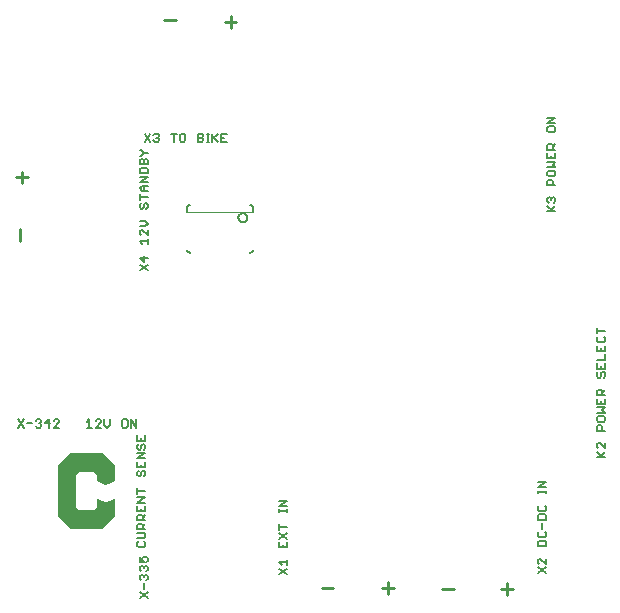
<source format=gto>
G75*
G70*
%OFA0B0*%
%FSLAX24Y24*%
%IPPOS*%
%LPD*%
%AMOC8*
5,1,8,0,0,1.08239X$1,22.5*
%
%ADD10C,0.0050*%
%ADD11C,0.0110*%
%ADD12C,0.0020*%
%ADD13C,0.0060*%
%ADD14C,0.0004*%
D10*
X009978Y006860D02*
X010159Y007130D01*
X010273Y006995D02*
X010453Y006995D01*
X010568Y007085D02*
X010613Y007130D01*
X010703Y007130D01*
X010748Y007085D01*
X010748Y007040D01*
X010703Y006995D01*
X010748Y006950D01*
X010748Y006905D01*
X010703Y006860D01*
X010613Y006860D01*
X010568Y006905D01*
X010658Y006995D02*
X010703Y006995D01*
X010862Y006995D02*
X010997Y007130D01*
X010997Y006860D01*
X011042Y006995D02*
X010862Y006995D01*
X011157Y007085D02*
X011202Y007130D01*
X011292Y007130D01*
X011337Y007085D01*
X011337Y007040D01*
X011157Y006860D01*
X011337Y006860D01*
X012262Y006860D02*
X012442Y006860D01*
X012352Y006860D02*
X012352Y007130D01*
X012262Y007040D01*
X012556Y007085D02*
X012601Y007130D01*
X012692Y007130D01*
X012737Y007085D01*
X012737Y007040D01*
X012556Y006860D01*
X012737Y006860D01*
X012851Y006950D02*
X012941Y006860D01*
X013031Y006950D01*
X013031Y007130D01*
X012851Y007130D02*
X012851Y006950D01*
X013440Y006905D02*
X013485Y006860D01*
X013576Y006860D01*
X013621Y006905D01*
X013621Y007085D01*
X013576Y007130D01*
X013485Y007130D01*
X013440Y007085D01*
X013440Y006905D01*
X013735Y006860D02*
X013735Y007130D01*
X013915Y006860D01*
X013915Y007130D01*
X013950Y006599D02*
X013950Y006419D01*
X014220Y006419D01*
X014220Y006599D01*
X014085Y006509D02*
X014085Y006419D01*
X014130Y006304D02*
X014175Y006304D01*
X014220Y006259D01*
X014220Y006169D01*
X014175Y006124D01*
X014085Y006169D02*
X014085Y006259D01*
X014130Y006304D01*
X013995Y006304D02*
X013950Y006259D01*
X013950Y006169D01*
X013995Y006124D01*
X014040Y006124D01*
X014085Y006169D01*
X014220Y006010D02*
X013950Y006010D01*
X013950Y005830D02*
X014220Y006010D01*
X014220Y005830D02*
X013950Y005830D01*
X013950Y005715D02*
X013950Y005535D01*
X014220Y005535D01*
X014220Y005715D01*
X014085Y005625D02*
X014085Y005535D01*
X014130Y005421D02*
X014175Y005421D01*
X014220Y005376D01*
X014220Y005285D01*
X014175Y005240D01*
X014085Y005285D02*
X014085Y005376D01*
X014130Y005421D01*
X013995Y005421D02*
X013950Y005376D01*
X013950Y005285D01*
X013995Y005240D01*
X014040Y005240D01*
X014085Y005285D01*
X013950Y004831D02*
X013950Y004651D01*
X013950Y004741D02*
X014220Y004741D01*
X014220Y004537D02*
X013950Y004537D01*
X013950Y004356D02*
X014220Y004537D01*
X014220Y004356D02*
X013950Y004356D01*
X013950Y004242D02*
X013950Y004062D01*
X014220Y004062D01*
X014220Y004242D01*
X014085Y004152D02*
X014085Y004062D01*
X014085Y003947D02*
X014130Y003902D01*
X014130Y003767D01*
X014220Y003767D02*
X013950Y003767D01*
X013950Y003902D01*
X013995Y003947D01*
X014085Y003947D01*
X014130Y003857D02*
X014220Y003947D01*
X014220Y003653D02*
X014130Y003563D01*
X014130Y003608D02*
X014130Y003473D01*
X014220Y003473D02*
X013950Y003473D01*
X013950Y003608D01*
X013995Y003653D01*
X014085Y003653D01*
X014130Y003608D01*
X014175Y003358D02*
X013950Y003358D01*
X013950Y003178D02*
X014175Y003178D01*
X014220Y003223D01*
X014220Y003313D01*
X014175Y003358D01*
X014175Y003063D02*
X014220Y003018D01*
X014220Y002928D01*
X014175Y002883D01*
X013995Y002883D01*
X013950Y002928D01*
X013950Y003018D01*
X013995Y003063D01*
X014028Y002549D02*
X014028Y002369D01*
X014163Y002369D01*
X014118Y002459D01*
X014118Y002504D01*
X014163Y002549D01*
X014253Y002549D01*
X014298Y002504D01*
X014298Y002414D01*
X014253Y002369D01*
X014253Y002254D02*
X014208Y002254D01*
X014163Y002209D01*
X014163Y002164D01*
X014163Y002209D02*
X014118Y002254D01*
X014073Y002254D01*
X014028Y002209D01*
X014028Y002119D01*
X014073Y002074D01*
X014073Y001960D02*
X014118Y001960D01*
X014163Y001915D01*
X014208Y001960D01*
X014253Y001960D01*
X014298Y001915D01*
X014298Y001825D01*
X014253Y001780D01*
X014163Y001870D02*
X014163Y001915D01*
X014073Y001960D02*
X014028Y001915D01*
X014028Y001825D01*
X014073Y001780D01*
X014163Y001665D02*
X014163Y001485D01*
X014028Y001370D02*
X014298Y001190D01*
X014298Y001370D02*
X014028Y001190D01*
X014253Y002074D02*
X014298Y002119D01*
X014298Y002209D01*
X014253Y002254D01*
X018674Y002158D02*
X018944Y001978D01*
X018944Y002158D02*
X018674Y001978D01*
X018764Y002272D02*
X018674Y002362D01*
X018944Y002362D01*
X018944Y002272D02*
X018944Y002453D01*
X018944Y002862D02*
X018944Y003042D01*
X018944Y003156D02*
X018674Y003336D01*
X018674Y003451D02*
X018674Y003631D01*
X018674Y003541D02*
X018944Y003541D01*
X018944Y003336D02*
X018674Y003156D01*
X018674Y003042D02*
X018674Y002862D01*
X018944Y002862D01*
X018809Y002862D02*
X018809Y002952D01*
X018674Y004040D02*
X018674Y004130D01*
X018674Y004085D02*
X018944Y004085D01*
X018944Y004040D02*
X018944Y004130D01*
X018944Y004237D02*
X018674Y004237D01*
X018944Y004417D01*
X018674Y004417D01*
X014298Y012096D02*
X014028Y012276D01*
X014163Y012391D02*
X014163Y012571D01*
X014028Y012526D02*
X014163Y012391D01*
X014298Y012276D02*
X014028Y012096D01*
X014028Y012526D02*
X014298Y012526D01*
X014298Y012980D02*
X014298Y013160D01*
X014298Y013070D02*
X014028Y013070D01*
X014118Y012980D01*
X014073Y013274D02*
X014028Y013319D01*
X014028Y013410D01*
X014073Y013455D01*
X014118Y013455D01*
X014298Y013274D01*
X014298Y013455D01*
X014208Y013569D02*
X014298Y013659D01*
X014208Y013749D01*
X014028Y013749D01*
X014028Y013569D02*
X014208Y013569D01*
X014253Y014158D02*
X014298Y014203D01*
X014298Y014293D01*
X014253Y014339D01*
X014208Y014339D01*
X014163Y014293D01*
X014163Y014203D01*
X014118Y014158D01*
X014073Y014158D01*
X014028Y014203D01*
X014028Y014293D01*
X014073Y014339D01*
X014028Y014453D02*
X014028Y014633D01*
X014028Y014543D02*
X014298Y014543D01*
X014298Y014748D02*
X014118Y014748D01*
X014028Y014838D01*
X014118Y014928D01*
X014298Y014928D01*
X014298Y015042D02*
X014028Y015042D01*
X014298Y015222D01*
X014028Y015222D01*
X014028Y015337D02*
X014028Y015472D01*
X014073Y015517D01*
X014253Y015517D01*
X014298Y015472D01*
X014298Y015337D01*
X014028Y015337D01*
X014028Y015632D02*
X014028Y015767D01*
X014073Y015812D01*
X014118Y015812D01*
X014163Y015767D01*
X014163Y015632D01*
X014163Y015767D02*
X014208Y015812D01*
X014253Y015812D01*
X014298Y015767D01*
X014298Y015632D01*
X014028Y015632D01*
X014028Y015926D02*
X014073Y015926D01*
X014163Y016016D01*
X014298Y016016D01*
X014163Y016016D02*
X014073Y016106D01*
X014028Y016106D01*
X014191Y016387D02*
X014371Y016657D01*
X014486Y016612D02*
X014531Y016657D01*
X014621Y016657D01*
X014666Y016612D01*
X014666Y016567D01*
X014621Y016522D01*
X014666Y016477D01*
X014666Y016432D01*
X014621Y016387D01*
X014531Y016387D01*
X014486Y016432D01*
X014371Y016387D02*
X014191Y016657D01*
X014576Y016522D02*
X014621Y016522D01*
X015075Y016657D02*
X015255Y016657D01*
X015165Y016657D02*
X015165Y016387D01*
X015370Y016432D02*
X015370Y016612D01*
X015415Y016657D01*
X015505Y016657D01*
X015550Y016612D01*
X015550Y016432D01*
X015505Y016387D01*
X015415Y016387D01*
X015370Y016432D01*
X015959Y016387D02*
X016094Y016387D01*
X016139Y016432D01*
X016139Y016477D01*
X016094Y016522D01*
X015959Y016522D01*
X015959Y016387D02*
X015959Y016657D01*
X016094Y016657D01*
X016139Y016612D01*
X016139Y016567D01*
X016094Y016522D01*
X016254Y016387D02*
X016344Y016387D01*
X016299Y016387D02*
X016299Y016657D01*
X016254Y016657D02*
X016344Y016657D01*
X016450Y016657D02*
X016450Y016387D01*
X016450Y016477D02*
X016630Y016657D01*
X016745Y016657D02*
X016745Y016387D01*
X016925Y016387D01*
X016835Y016522D02*
X016745Y016522D01*
X016745Y016657D02*
X016925Y016657D01*
X016630Y016387D02*
X016495Y016522D01*
X014163Y014928D02*
X014163Y014748D01*
X009978Y007130D02*
X010159Y006860D01*
X027296Y005045D02*
X027566Y005045D01*
X027296Y004865D01*
X027566Y004865D01*
X027566Y004759D02*
X027566Y004669D01*
X027566Y004714D02*
X027296Y004714D01*
X027296Y004669D02*
X027296Y004759D01*
X027341Y004260D02*
X027296Y004215D01*
X027296Y004125D01*
X027341Y004080D01*
X027521Y004080D01*
X027566Y004125D01*
X027566Y004215D01*
X027521Y004260D01*
X027521Y003965D02*
X027341Y003965D01*
X027296Y003920D01*
X027296Y003785D01*
X027566Y003785D01*
X027566Y003920D01*
X027521Y003965D01*
X027431Y003670D02*
X027431Y003490D01*
X027341Y003376D02*
X027296Y003331D01*
X027296Y003241D01*
X027341Y003196D01*
X027521Y003196D01*
X027566Y003241D01*
X027566Y003331D01*
X027521Y003376D01*
X027521Y003081D02*
X027341Y003081D01*
X027296Y003036D01*
X027296Y002901D01*
X027566Y002901D01*
X027566Y003036D01*
X027521Y003081D01*
X027566Y002492D02*
X027566Y002312D01*
X027386Y002492D01*
X027341Y002492D01*
X027296Y002447D01*
X027296Y002357D01*
X027341Y002312D01*
X027296Y002197D02*
X027566Y002017D01*
X027566Y002197D02*
X027296Y002017D01*
X029264Y005875D02*
X029535Y005875D01*
X029445Y005875D02*
X029264Y006056D01*
X029310Y006170D02*
X029264Y006215D01*
X029264Y006305D01*
X029310Y006350D01*
X029355Y006350D01*
X029535Y006170D01*
X029535Y006350D01*
X029535Y006056D02*
X029400Y005920D01*
X029445Y006759D02*
X029445Y006894D01*
X029400Y006939D01*
X029310Y006939D01*
X029264Y006894D01*
X029264Y006759D01*
X029535Y006759D01*
X029490Y007054D02*
X029310Y007054D01*
X029264Y007099D01*
X029264Y007189D01*
X029310Y007234D01*
X029490Y007234D01*
X029535Y007189D01*
X029535Y007099D01*
X029490Y007054D01*
X029535Y007349D02*
X029264Y007349D01*
X029264Y007529D02*
X029535Y007529D01*
X029445Y007439D01*
X029535Y007349D01*
X029535Y007643D02*
X029264Y007643D01*
X029264Y007823D01*
X029264Y007938D02*
X029264Y008073D01*
X029310Y008118D01*
X029400Y008118D01*
X029445Y008073D01*
X029445Y007938D01*
X029535Y007938D02*
X029264Y007938D01*
X029445Y008028D02*
X029535Y008118D01*
X029535Y007823D02*
X029535Y007643D01*
X029400Y007643D02*
X029400Y007733D01*
X029355Y008527D02*
X029400Y008572D01*
X029400Y008662D01*
X029445Y008707D01*
X029490Y008707D01*
X029535Y008662D01*
X029535Y008572D01*
X029490Y008527D01*
X029355Y008527D02*
X029310Y008527D01*
X029264Y008572D01*
X029264Y008662D01*
X029310Y008707D01*
X029264Y008822D02*
X029535Y008822D01*
X029535Y009002D01*
X029535Y009116D02*
X029535Y009297D01*
X029535Y009411D02*
X029535Y009591D01*
X029490Y009706D02*
X029535Y009751D01*
X029535Y009841D01*
X029490Y009886D01*
X029490Y009706D02*
X029310Y009706D01*
X029264Y009751D01*
X029264Y009841D01*
X029310Y009886D01*
X029264Y010000D02*
X029264Y010181D01*
X029264Y010090D02*
X029535Y010090D01*
X029264Y009591D02*
X029264Y009411D01*
X029535Y009411D01*
X029400Y009411D02*
X029400Y009501D01*
X029535Y009116D02*
X029264Y009116D01*
X029264Y009002D02*
X029264Y008822D01*
X029400Y008822D02*
X029400Y008912D01*
X027881Y014064D02*
X027611Y014064D01*
X027746Y014109D02*
X027881Y014244D01*
X027836Y014359D02*
X027881Y014404D01*
X027881Y014494D01*
X027836Y014539D01*
X027791Y014539D01*
X027746Y014494D01*
X027746Y014449D01*
X027746Y014494D02*
X027701Y014539D01*
X027656Y014539D01*
X027611Y014494D01*
X027611Y014404D01*
X027656Y014359D01*
X027611Y014244D02*
X027791Y014064D01*
X027791Y014948D02*
X027791Y015083D01*
X027746Y015128D01*
X027656Y015128D01*
X027611Y015083D01*
X027611Y014948D01*
X027881Y014948D01*
X027836Y015243D02*
X027656Y015243D01*
X027611Y015288D01*
X027611Y015378D01*
X027656Y015423D01*
X027836Y015423D01*
X027881Y015378D01*
X027881Y015288D01*
X027836Y015243D01*
X027881Y015538D02*
X027791Y015628D01*
X027881Y015718D01*
X027611Y015718D01*
X027611Y015832D02*
X027881Y015832D01*
X027881Y016012D01*
X027881Y016127D02*
X027611Y016127D01*
X027611Y016262D01*
X027656Y016307D01*
X027746Y016307D01*
X027791Y016262D01*
X027791Y016127D01*
X027791Y016217D02*
X027881Y016307D01*
X027611Y016012D02*
X027611Y015832D01*
X027746Y015832D02*
X027746Y015922D01*
X027611Y015538D02*
X027881Y015538D01*
X027836Y016716D02*
X027656Y016716D01*
X027611Y016761D01*
X027611Y016851D01*
X027656Y016896D01*
X027836Y016896D01*
X027881Y016851D01*
X027881Y016761D01*
X027836Y016716D01*
X027881Y017011D02*
X027611Y017011D01*
X027881Y017191D01*
X027611Y017191D01*
D11*
X017252Y020374D02*
X016859Y020374D01*
X017056Y020571D02*
X017056Y020177D01*
X015245Y020453D02*
X014851Y020453D01*
X010115Y015394D02*
X010115Y015000D01*
X009918Y015197D02*
X010312Y015197D01*
X010036Y013464D02*
X010036Y013071D01*
X020087Y001516D02*
X020481Y001516D01*
X022095Y001516D02*
X022489Y001516D01*
X022292Y001712D02*
X022292Y001319D01*
X024103Y001476D02*
X024497Y001476D01*
X026071Y001476D02*
X026465Y001476D01*
X026268Y001673D02*
X026268Y001279D01*
D12*
X017808Y014045D02*
X015611Y014045D01*
D13*
X015611Y014194D01*
X015613Y014211D01*
X015617Y014228D01*
X015624Y014244D01*
X015634Y014258D01*
X015647Y014271D01*
X015661Y014281D01*
X015677Y014288D01*
X015694Y014292D01*
X015711Y014294D01*
X015611Y012794D02*
X015613Y012777D01*
X015617Y012760D01*
X015624Y012744D01*
X015634Y012730D01*
X015647Y012717D01*
X015661Y012707D01*
X015677Y012700D01*
X015694Y012696D01*
X015711Y012694D01*
X017318Y013855D02*
X017320Y013879D01*
X017326Y013903D01*
X017335Y013925D01*
X017348Y013945D01*
X017364Y013963D01*
X017383Y013978D01*
X017404Y013991D01*
X017426Y013999D01*
X017450Y014004D01*
X017474Y014005D01*
X017498Y014002D01*
X017521Y013995D01*
X017543Y013985D01*
X017563Y013971D01*
X017580Y013954D01*
X017595Y013935D01*
X017606Y013914D01*
X017614Y013891D01*
X017618Y013867D01*
X017618Y013843D01*
X017614Y013819D01*
X017606Y013796D01*
X017595Y013775D01*
X017580Y013756D01*
X017563Y013739D01*
X017543Y013725D01*
X017521Y013715D01*
X017498Y013708D01*
X017474Y013705D01*
X017450Y013706D01*
X017426Y013711D01*
X017404Y013719D01*
X017383Y013732D01*
X017364Y013747D01*
X017348Y013765D01*
X017335Y013785D01*
X017326Y013807D01*
X017320Y013831D01*
X017318Y013855D01*
X017708Y014294D02*
X017725Y014292D01*
X017742Y014288D01*
X017758Y014281D01*
X017772Y014271D01*
X017785Y014258D01*
X017795Y014244D01*
X017802Y014228D01*
X017806Y014211D01*
X017808Y014194D01*
X017808Y014045D01*
X017808Y012794D02*
X017806Y012777D01*
X017802Y012760D01*
X017795Y012744D01*
X017785Y012730D01*
X017772Y012717D01*
X017758Y012707D01*
X017742Y012700D01*
X017725Y012696D01*
X017708Y012694D01*
D14*
X012749Y006008D02*
X011725Y006008D01*
X011312Y005594D01*
X011312Y003921D01*
X013162Y003921D01*
X013162Y004472D01*
X013160Y004472D01*
X013162Y004472D02*
X012886Y004354D01*
X012611Y004472D01*
X012613Y004472D01*
X012611Y004472D02*
X012611Y004217D01*
X012493Y004098D01*
X011961Y004098D01*
X011863Y004197D01*
X011863Y005299D01*
X011961Y005398D01*
X012512Y005398D01*
X012611Y005299D01*
X012611Y005102D01*
X012886Y004984D01*
X013162Y005102D01*
X013162Y005594D01*
X012749Y006008D01*
X012750Y006007D02*
X011724Y006007D01*
X011722Y006004D02*
X012752Y006004D01*
X012755Y006002D02*
X011719Y006002D01*
X011717Y005999D02*
X012757Y005999D01*
X012760Y005997D02*
X011714Y005997D01*
X011712Y005995D02*
X012762Y005995D01*
X012764Y005992D02*
X011709Y005992D01*
X011707Y005990D02*
X012767Y005990D01*
X012769Y005987D02*
X011704Y005987D01*
X011702Y005985D02*
X012772Y005985D01*
X012774Y005982D02*
X011699Y005982D01*
X011697Y005980D02*
X012777Y005980D01*
X012779Y005977D02*
X011694Y005977D01*
X011692Y005975D02*
X012782Y005975D01*
X012784Y005972D02*
X011689Y005972D01*
X011687Y005970D02*
X012787Y005970D01*
X012789Y005967D02*
X011684Y005967D01*
X011682Y005965D02*
X012792Y005965D01*
X012794Y005962D02*
X011679Y005962D01*
X011677Y005960D02*
X012797Y005960D01*
X012799Y005957D02*
X011674Y005957D01*
X011672Y005955D02*
X012802Y005955D01*
X012804Y005952D02*
X011670Y005952D01*
X011667Y005950D02*
X012807Y005950D01*
X012809Y005947D02*
X011665Y005947D01*
X011662Y005945D02*
X012812Y005945D01*
X012814Y005942D02*
X011660Y005942D01*
X011657Y005940D02*
X012817Y005940D01*
X012819Y005937D02*
X011655Y005937D01*
X011652Y005935D02*
X012822Y005935D01*
X012824Y005933D02*
X011650Y005933D01*
X011647Y005930D02*
X012826Y005930D01*
X012829Y005928D02*
X011645Y005928D01*
X011642Y005925D02*
X012831Y005925D01*
X012834Y005923D02*
X011640Y005923D01*
X011637Y005920D02*
X012836Y005920D01*
X012839Y005918D02*
X011635Y005918D01*
X011632Y005915D02*
X012841Y005915D01*
X012844Y005913D02*
X011630Y005913D01*
X011627Y005910D02*
X012846Y005910D01*
X012849Y005908D02*
X011625Y005908D01*
X011622Y005905D02*
X012851Y005905D01*
X012854Y005903D02*
X011620Y005903D01*
X011617Y005900D02*
X012856Y005900D01*
X012859Y005898D02*
X011615Y005898D01*
X011612Y005895D02*
X012861Y005895D01*
X012864Y005893D02*
X011610Y005893D01*
X011608Y005890D02*
X012866Y005890D01*
X012869Y005888D02*
X011605Y005888D01*
X011603Y005885D02*
X012871Y005885D01*
X012874Y005883D02*
X011600Y005883D01*
X011598Y005880D02*
X012876Y005880D01*
X012879Y005878D02*
X011595Y005878D01*
X011593Y005875D02*
X012881Y005875D01*
X012884Y005873D02*
X011590Y005873D01*
X011588Y005871D02*
X012886Y005871D01*
X012889Y005868D02*
X011585Y005868D01*
X011583Y005866D02*
X012891Y005866D01*
X012893Y005863D02*
X011580Y005863D01*
X011578Y005861D02*
X012896Y005861D01*
X012898Y005858D02*
X011575Y005858D01*
X011573Y005856D02*
X012901Y005856D01*
X012903Y005853D02*
X011570Y005853D01*
X011568Y005851D02*
X012906Y005851D01*
X012908Y005848D02*
X011565Y005848D01*
X011563Y005846D02*
X012911Y005846D01*
X012913Y005843D02*
X011560Y005843D01*
X011558Y005841D02*
X012916Y005841D01*
X012918Y005838D02*
X011555Y005838D01*
X011553Y005836D02*
X012921Y005836D01*
X012923Y005833D02*
X011550Y005833D01*
X011548Y005831D02*
X012926Y005831D01*
X012928Y005828D02*
X011546Y005828D01*
X011543Y005826D02*
X012931Y005826D01*
X012933Y005823D02*
X011541Y005823D01*
X011538Y005821D02*
X012936Y005821D01*
X012938Y005818D02*
X011536Y005818D01*
X011533Y005816D02*
X012941Y005816D01*
X012943Y005813D02*
X011531Y005813D01*
X011528Y005811D02*
X012946Y005811D01*
X012948Y005809D02*
X011526Y005809D01*
X011523Y005806D02*
X012951Y005806D01*
X012953Y005804D02*
X011521Y005804D01*
X011518Y005801D02*
X012955Y005801D01*
X012958Y005799D02*
X011516Y005799D01*
X011513Y005796D02*
X012960Y005796D01*
X012963Y005794D02*
X011511Y005794D01*
X011508Y005791D02*
X012965Y005791D01*
X012968Y005789D02*
X011506Y005789D01*
X011503Y005786D02*
X012970Y005786D01*
X012973Y005784D02*
X011501Y005784D01*
X011498Y005781D02*
X012975Y005781D01*
X012978Y005779D02*
X011496Y005779D01*
X011493Y005776D02*
X012980Y005776D01*
X012983Y005774D02*
X011491Y005774D01*
X011488Y005771D02*
X012985Y005771D01*
X012988Y005769D02*
X011486Y005769D01*
X011484Y005766D02*
X012990Y005766D01*
X012993Y005764D02*
X011481Y005764D01*
X011479Y005761D02*
X012995Y005761D01*
X012998Y005759D02*
X011476Y005759D01*
X011474Y005756D02*
X013000Y005756D01*
X013003Y005754D02*
X011471Y005754D01*
X011469Y005751D02*
X013005Y005751D01*
X013008Y005749D02*
X011466Y005749D01*
X011464Y005746D02*
X013010Y005746D01*
X013013Y005744D02*
X011461Y005744D01*
X011459Y005742D02*
X013015Y005742D01*
X013017Y005739D02*
X011456Y005739D01*
X011454Y005737D02*
X013020Y005737D01*
X013022Y005734D02*
X011451Y005734D01*
X011449Y005732D02*
X013025Y005732D01*
X013027Y005729D02*
X011446Y005729D01*
X011444Y005727D02*
X013030Y005727D01*
X013032Y005724D02*
X011441Y005724D01*
X011439Y005722D02*
X013035Y005722D01*
X013037Y005719D02*
X011436Y005719D01*
X011434Y005717D02*
X013040Y005717D01*
X013042Y005714D02*
X011431Y005714D01*
X011429Y005712D02*
X013045Y005712D01*
X013047Y005709D02*
X011426Y005709D01*
X011424Y005707D02*
X013050Y005707D01*
X013052Y005704D02*
X011421Y005704D01*
X011419Y005702D02*
X013055Y005702D01*
X013057Y005699D02*
X011417Y005699D01*
X011414Y005697D02*
X013060Y005697D01*
X013062Y005694D02*
X011412Y005694D01*
X011409Y005692D02*
X013065Y005692D01*
X013067Y005689D02*
X011407Y005689D01*
X011404Y005687D02*
X013070Y005687D01*
X013072Y005684D02*
X011402Y005684D01*
X011399Y005682D02*
X013075Y005682D01*
X013077Y005680D02*
X011397Y005680D01*
X011394Y005677D02*
X013079Y005677D01*
X013082Y005675D02*
X011392Y005675D01*
X011389Y005672D02*
X013084Y005672D01*
X013087Y005670D02*
X011387Y005670D01*
X011384Y005667D02*
X013089Y005667D01*
X013092Y005665D02*
X011382Y005665D01*
X011379Y005662D02*
X013094Y005662D01*
X013097Y005660D02*
X011377Y005660D01*
X011374Y005657D02*
X013099Y005657D01*
X013102Y005655D02*
X011372Y005655D01*
X011369Y005652D02*
X013104Y005652D01*
X013107Y005650D02*
X011367Y005650D01*
X011364Y005647D02*
X013109Y005647D01*
X013112Y005645D02*
X011362Y005645D01*
X011359Y005642D02*
X013114Y005642D01*
X013117Y005640D02*
X011357Y005640D01*
X011355Y005637D02*
X013119Y005637D01*
X013122Y005635D02*
X011352Y005635D01*
X011350Y005632D02*
X013124Y005632D01*
X013127Y005630D02*
X011347Y005630D01*
X011345Y005627D02*
X013129Y005627D01*
X013132Y005625D02*
X011342Y005625D01*
X011340Y005622D02*
X013134Y005622D01*
X013137Y005620D02*
X011337Y005620D01*
X011335Y005618D02*
X013139Y005618D01*
X013141Y005615D02*
X011332Y005615D01*
X011330Y005613D02*
X013144Y005613D01*
X013146Y005610D02*
X011327Y005610D01*
X011325Y005608D02*
X013149Y005608D01*
X013151Y005605D02*
X011322Y005605D01*
X011320Y005603D02*
X013154Y005603D01*
X013156Y005600D02*
X011317Y005600D01*
X011315Y005598D02*
X013159Y005598D01*
X013161Y005595D02*
X011312Y005595D01*
X011312Y005593D02*
X013162Y005593D01*
X013162Y005590D02*
X011312Y005590D01*
X011312Y005588D02*
X013162Y005588D01*
X013162Y005585D02*
X011312Y005585D01*
X011312Y005583D02*
X013162Y005583D01*
X013162Y005580D02*
X011312Y005580D01*
X011312Y005578D02*
X013162Y005578D01*
X013162Y005575D02*
X011312Y005575D01*
X011312Y005573D02*
X013162Y005573D01*
X013162Y005570D02*
X011312Y005570D01*
X011312Y005568D02*
X013162Y005568D01*
X013162Y005565D02*
X011312Y005565D01*
X011312Y005563D02*
X013162Y005563D01*
X013162Y005560D02*
X011312Y005560D01*
X011312Y005558D02*
X013162Y005558D01*
X013162Y005556D02*
X011312Y005556D01*
X011312Y005553D02*
X013162Y005553D01*
X013162Y005551D02*
X011312Y005551D01*
X011312Y005548D02*
X013162Y005548D01*
X013162Y005546D02*
X011312Y005546D01*
X011312Y005543D02*
X013162Y005543D01*
X013162Y005541D02*
X011312Y005541D01*
X011312Y005538D02*
X013162Y005538D01*
X013162Y005536D02*
X011312Y005536D01*
X011312Y005533D02*
X013162Y005533D01*
X013162Y005531D02*
X011312Y005531D01*
X011312Y005528D02*
X013162Y005528D01*
X013162Y005526D02*
X011312Y005526D01*
X011312Y005523D02*
X013162Y005523D01*
X013162Y005521D02*
X011312Y005521D01*
X011312Y005518D02*
X013162Y005518D01*
X013162Y005516D02*
X011312Y005516D01*
X011312Y005513D02*
X013162Y005513D01*
X013162Y005511D02*
X011312Y005511D01*
X011312Y005508D02*
X013162Y005508D01*
X013162Y005506D02*
X011312Y005506D01*
X011312Y005503D02*
X013162Y005503D01*
X013162Y005501D02*
X011312Y005501D01*
X011312Y005498D02*
X013162Y005498D01*
X013162Y005496D02*
X011312Y005496D01*
X011312Y005494D02*
X013162Y005494D01*
X013162Y005491D02*
X011312Y005491D01*
X011312Y005489D02*
X013162Y005489D01*
X013162Y005486D02*
X011312Y005486D01*
X011312Y005484D02*
X013162Y005484D01*
X013162Y005481D02*
X011312Y005481D01*
X011312Y005479D02*
X013162Y005479D01*
X013162Y005476D02*
X011312Y005476D01*
X011312Y005474D02*
X013162Y005474D01*
X013162Y005471D02*
X011312Y005471D01*
X011312Y005469D02*
X013162Y005469D01*
X013162Y005466D02*
X011312Y005466D01*
X011312Y005464D02*
X013162Y005464D01*
X013162Y005461D02*
X011312Y005461D01*
X011312Y005459D02*
X013162Y005459D01*
X013162Y005456D02*
X011312Y005456D01*
X011312Y005454D02*
X013162Y005454D01*
X013162Y005451D02*
X011312Y005451D01*
X011312Y005449D02*
X013162Y005449D01*
X013162Y005446D02*
X011312Y005446D01*
X011312Y005444D02*
X013162Y005444D01*
X013162Y005441D02*
X011312Y005441D01*
X011312Y005439D02*
X013162Y005439D01*
X013162Y005436D02*
X011312Y005436D01*
X011312Y005434D02*
X013162Y005434D01*
X013162Y005431D02*
X011312Y005431D01*
X011312Y005429D02*
X013162Y005429D01*
X013162Y005427D02*
X011312Y005427D01*
X011312Y005424D02*
X013162Y005424D01*
X013162Y005422D02*
X011312Y005422D01*
X011312Y005419D02*
X013162Y005419D01*
X013162Y005417D02*
X011312Y005417D01*
X011312Y005414D02*
X013162Y005414D01*
X013162Y005412D02*
X011312Y005412D01*
X011312Y005409D02*
X013162Y005409D01*
X013162Y005407D02*
X011312Y005407D01*
X011312Y005404D02*
X013162Y005404D01*
X013162Y005402D02*
X011312Y005402D01*
X011312Y005399D02*
X013162Y005399D01*
X013162Y005397D02*
X012513Y005397D01*
X012516Y005394D02*
X013162Y005394D01*
X013162Y005392D02*
X012518Y005392D01*
X012521Y005389D02*
X013162Y005389D01*
X013162Y005387D02*
X012523Y005387D01*
X012526Y005384D02*
X013162Y005384D01*
X013162Y005382D02*
X012528Y005382D01*
X012531Y005379D02*
X013162Y005379D01*
X013162Y005377D02*
X012533Y005377D01*
X012536Y005374D02*
X013162Y005374D01*
X013162Y005372D02*
X012538Y005372D01*
X012541Y005369D02*
X013162Y005369D01*
X013162Y005367D02*
X012543Y005367D01*
X012546Y005365D02*
X013162Y005365D01*
X013162Y005362D02*
X012548Y005362D01*
X012551Y005360D02*
X013162Y005360D01*
X013162Y005357D02*
X012553Y005357D01*
X012555Y005355D02*
X013162Y005355D01*
X013162Y005352D02*
X012558Y005352D01*
X012560Y005350D02*
X013162Y005350D01*
X013162Y005347D02*
X012563Y005347D01*
X012565Y005345D02*
X013162Y005345D01*
X013162Y005342D02*
X012568Y005342D01*
X012570Y005340D02*
X013162Y005340D01*
X013162Y005337D02*
X012573Y005337D01*
X012575Y005335D02*
X013162Y005335D01*
X013162Y005332D02*
X012578Y005332D01*
X012580Y005330D02*
X013162Y005330D01*
X013162Y005327D02*
X012583Y005327D01*
X012585Y005325D02*
X013162Y005325D01*
X013162Y005322D02*
X012588Y005322D01*
X012590Y005320D02*
X013162Y005320D01*
X013162Y005317D02*
X012593Y005317D01*
X012595Y005315D02*
X013162Y005315D01*
X013162Y005312D02*
X012598Y005312D01*
X012600Y005310D02*
X013162Y005310D01*
X013162Y005307D02*
X012603Y005307D01*
X012605Y005305D02*
X013162Y005305D01*
X013162Y005303D02*
X012608Y005303D01*
X012610Y005300D02*
X013162Y005300D01*
X013162Y005298D02*
X012611Y005298D01*
X012611Y005295D02*
X013162Y005295D01*
X013162Y005293D02*
X012611Y005293D01*
X012611Y005290D02*
X013162Y005290D01*
X013162Y005288D02*
X012611Y005288D01*
X012611Y005285D02*
X013162Y005285D01*
X013162Y005283D02*
X012611Y005283D01*
X012611Y005280D02*
X013162Y005280D01*
X013162Y005278D02*
X012611Y005278D01*
X012611Y005275D02*
X013162Y005275D01*
X013162Y005273D02*
X012611Y005273D01*
X012611Y005270D02*
X013162Y005270D01*
X013162Y005268D02*
X012611Y005268D01*
X012611Y005265D02*
X013162Y005265D01*
X013162Y005263D02*
X012611Y005263D01*
X012611Y005260D02*
X013162Y005260D01*
X013162Y005258D02*
X012611Y005258D01*
X012611Y005255D02*
X013162Y005255D01*
X013162Y005253D02*
X012611Y005253D01*
X012611Y005250D02*
X013162Y005250D01*
X013162Y005248D02*
X012611Y005248D01*
X012611Y005245D02*
X013162Y005245D01*
X013162Y005243D02*
X012611Y005243D01*
X012611Y005241D02*
X013162Y005241D01*
X013162Y005238D02*
X012611Y005238D01*
X012611Y005236D02*
X013162Y005236D01*
X013162Y005233D02*
X012611Y005233D01*
X012611Y005231D02*
X013162Y005231D01*
X013162Y005228D02*
X012611Y005228D01*
X012611Y005226D02*
X013162Y005226D01*
X013162Y005223D02*
X012611Y005223D01*
X012611Y005221D02*
X013162Y005221D01*
X013162Y005218D02*
X012611Y005218D01*
X012611Y005216D02*
X013162Y005216D01*
X013162Y005213D02*
X012611Y005213D01*
X012611Y005211D02*
X013162Y005211D01*
X013162Y005208D02*
X012611Y005208D01*
X012611Y005206D02*
X013162Y005206D01*
X013162Y005203D02*
X012611Y005203D01*
X012611Y005201D02*
X013162Y005201D01*
X013162Y005198D02*
X012611Y005198D01*
X012611Y005196D02*
X013162Y005196D01*
X013162Y005193D02*
X012611Y005193D01*
X012611Y005191D02*
X013162Y005191D01*
X013162Y005188D02*
X012611Y005188D01*
X012611Y005186D02*
X013162Y005186D01*
X013162Y005183D02*
X012611Y005183D01*
X012611Y005181D02*
X013162Y005181D01*
X013162Y005179D02*
X012611Y005179D01*
X012611Y005176D02*
X013162Y005176D01*
X013162Y005174D02*
X012611Y005174D01*
X012611Y005171D02*
X013162Y005171D01*
X013162Y005169D02*
X012611Y005169D01*
X012611Y005166D02*
X013162Y005166D01*
X013162Y005164D02*
X012611Y005164D01*
X012611Y005161D02*
X013162Y005161D01*
X013162Y005159D02*
X012611Y005159D01*
X012611Y005156D02*
X013162Y005156D01*
X013162Y005154D02*
X012611Y005154D01*
X012611Y005151D02*
X013162Y005151D01*
X013162Y005149D02*
X012611Y005149D01*
X012611Y005146D02*
X013162Y005146D01*
X013162Y005144D02*
X012611Y005144D01*
X012611Y005141D02*
X013162Y005141D01*
X013162Y005139D02*
X012611Y005139D01*
X012611Y005136D02*
X013162Y005136D01*
X013162Y005134D02*
X012611Y005134D01*
X012611Y005131D02*
X013162Y005131D01*
X013162Y005129D02*
X012611Y005129D01*
X012611Y005126D02*
X013162Y005126D01*
X013162Y005124D02*
X012611Y005124D01*
X012611Y005121D02*
X013162Y005121D01*
X013162Y005119D02*
X012611Y005119D01*
X012611Y005116D02*
X013162Y005116D01*
X013162Y005114D02*
X012611Y005114D01*
X012611Y005112D02*
X013162Y005112D01*
X013162Y005109D02*
X012611Y005109D01*
X012611Y005107D02*
X013162Y005107D01*
X013162Y005104D02*
X012611Y005104D01*
X012613Y005102D02*
X013160Y005102D01*
X013154Y005099D02*
X012618Y005099D01*
X012624Y005097D02*
X013149Y005097D01*
X013143Y005094D02*
X012630Y005094D01*
X012636Y005092D02*
X013137Y005092D01*
X013131Y005089D02*
X012642Y005089D01*
X012647Y005087D02*
X013126Y005087D01*
X013120Y005084D02*
X012653Y005084D01*
X012659Y005082D02*
X013114Y005082D01*
X013108Y005079D02*
X012665Y005079D01*
X012670Y005077D02*
X013102Y005077D01*
X013097Y005074D02*
X012676Y005074D01*
X012682Y005072D02*
X013091Y005072D01*
X013085Y005069D02*
X012688Y005069D01*
X012694Y005067D02*
X013079Y005067D01*
X013073Y005064D02*
X012699Y005064D01*
X012705Y005062D02*
X013068Y005062D01*
X013062Y005059D02*
X012711Y005059D01*
X012717Y005057D02*
X013056Y005057D01*
X013050Y005054D02*
X012723Y005054D01*
X012728Y005052D02*
X013045Y005052D01*
X013039Y005050D02*
X012734Y005050D01*
X012740Y005047D02*
X013033Y005047D01*
X013027Y005045D02*
X012746Y005045D01*
X012751Y005042D02*
X013021Y005042D01*
X013016Y005040D02*
X012757Y005040D01*
X012763Y005037D02*
X013010Y005037D01*
X013004Y005035D02*
X012769Y005035D01*
X012775Y005032D02*
X012998Y005032D01*
X012992Y005030D02*
X012780Y005030D01*
X012786Y005027D02*
X012987Y005027D01*
X012981Y005025D02*
X012792Y005025D01*
X012798Y005022D02*
X012975Y005022D01*
X012969Y005020D02*
X012804Y005020D01*
X012809Y005017D02*
X012964Y005017D01*
X012958Y005015D02*
X012815Y005015D01*
X012821Y005012D02*
X012952Y005012D01*
X012946Y005010D02*
X012827Y005010D01*
X012833Y005007D02*
X012940Y005007D01*
X012935Y005005D02*
X012838Y005005D01*
X012844Y005002D02*
X012929Y005002D01*
X012923Y005000D02*
X012850Y005000D01*
X012856Y004997D02*
X012917Y004997D01*
X012911Y004995D02*
X012861Y004995D01*
X012867Y004992D02*
X012906Y004992D01*
X012900Y004990D02*
X012873Y004990D01*
X012879Y004988D02*
X012894Y004988D01*
X012888Y004985D02*
X012885Y004985D01*
X012653Y004454D02*
X012611Y004454D01*
X012611Y004452D02*
X012659Y004452D01*
X012665Y004449D02*
X012611Y004449D01*
X012611Y004447D02*
X012671Y004447D01*
X012676Y004444D02*
X012611Y004444D01*
X012611Y004442D02*
X012682Y004442D01*
X012688Y004439D02*
X012611Y004439D01*
X012611Y004437D02*
X012694Y004437D01*
X012700Y004434D02*
X012611Y004434D01*
X012611Y004432D02*
X012705Y004432D01*
X012711Y004429D02*
X012611Y004429D01*
X012611Y004427D02*
X012717Y004427D01*
X012723Y004424D02*
X012611Y004424D01*
X012611Y004422D02*
X012729Y004422D01*
X012734Y004420D02*
X012611Y004420D01*
X012611Y004417D02*
X012740Y004417D01*
X012746Y004415D02*
X012611Y004415D01*
X012611Y004412D02*
X012752Y004412D01*
X012757Y004410D02*
X012611Y004410D01*
X012611Y004407D02*
X012763Y004407D01*
X012769Y004405D02*
X012611Y004405D01*
X012611Y004402D02*
X012775Y004402D01*
X012781Y004400D02*
X012611Y004400D01*
X012611Y004397D02*
X012786Y004397D01*
X012792Y004395D02*
X012611Y004395D01*
X012611Y004392D02*
X012798Y004392D01*
X012804Y004390D02*
X012611Y004390D01*
X012611Y004387D02*
X012810Y004387D01*
X012815Y004385D02*
X012611Y004385D01*
X012611Y004382D02*
X012821Y004382D01*
X012827Y004380D02*
X012611Y004380D01*
X012611Y004377D02*
X012833Y004377D01*
X012839Y004375D02*
X012611Y004375D01*
X012611Y004372D02*
X012844Y004372D01*
X012850Y004370D02*
X012611Y004370D01*
X012611Y004367D02*
X012856Y004367D01*
X012862Y004365D02*
X012611Y004365D01*
X012611Y004362D02*
X012867Y004362D01*
X012873Y004360D02*
X012611Y004360D01*
X012611Y004358D02*
X012879Y004358D01*
X012885Y004355D02*
X012611Y004355D01*
X012611Y004353D02*
X013162Y004353D01*
X013162Y004355D02*
X012888Y004355D01*
X012894Y004358D02*
X013162Y004358D01*
X013162Y004360D02*
X012900Y004360D01*
X012905Y004362D02*
X013162Y004362D01*
X013162Y004365D02*
X012911Y004365D01*
X012917Y004367D02*
X013162Y004367D01*
X013162Y004370D02*
X012923Y004370D01*
X012929Y004372D02*
X013162Y004372D01*
X013162Y004375D02*
X012934Y004375D01*
X012940Y004377D02*
X013162Y004377D01*
X013162Y004380D02*
X012946Y004380D01*
X012952Y004382D02*
X013162Y004382D01*
X013162Y004385D02*
X012958Y004385D01*
X012963Y004387D02*
X013162Y004387D01*
X013162Y004390D02*
X012969Y004390D01*
X012975Y004392D02*
X013162Y004392D01*
X013162Y004395D02*
X012981Y004395D01*
X012986Y004397D02*
X013162Y004397D01*
X013162Y004400D02*
X012992Y004400D01*
X012998Y004402D02*
X013162Y004402D01*
X013162Y004405D02*
X013004Y004405D01*
X013010Y004407D02*
X013162Y004407D01*
X013162Y004410D02*
X013015Y004410D01*
X013021Y004412D02*
X013162Y004412D01*
X013162Y004415D02*
X013027Y004415D01*
X013033Y004417D02*
X013162Y004417D01*
X013162Y004420D02*
X013039Y004420D01*
X013044Y004422D02*
X013162Y004422D01*
X013162Y004424D02*
X013050Y004424D01*
X013056Y004427D02*
X013162Y004427D01*
X013162Y004429D02*
X013062Y004429D01*
X013068Y004432D02*
X013162Y004432D01*
X013162Y004434D02*
X013073Y004434D01*
X013079Y004437D02*
X013162Y004437D01*
X013162Y004439D02*
X013085Y004439D01*
X013091Y004442D02*
X013162Y004442D01*
X013162Y004444D02*
X013096Y004444D01*
X013102Y004447D02*
X013162Y004447D01*
X013162Y004449D02*
X013108Y004449D01*
X013114Y004452D02*
X013162Y004452D01*
X013162Y004454D02*
X013120Y004454D01*
X013125Y004457D02*
X013162Y004457D01*
X013162Y004459D02*
X013131Y004459D01*
X013137Y004462D02*
X013162Y004462D01*
X013162Y004464D02*
X013143Y004464D01*
X013149Y004467D02*
X013162Y004467D01*
X013162Y004469D02*
X013154Y004469D01*
X013162Y004350D02*
X012611Y004350D01*
X012611Y004348D02*
X013162Y004348D01*
X013162Y004345D02*
X012611Y004345D01*
X012611Y004343D02*
X013162Y004343D01*
X013162Y004340D02*
X012611Y004340D01*
X012611Y004338D02*
X013162Y004338D01*
X013162Y004335D02*
X012611Y004335D01*
X012611Y004333D02*
X013162Y004333D01*
X013162Y004330D02*
X012611Y004330D01*
X012611Y004328D02*
X013162Y004328D01*
X013162Y004325D02*
X012611Y004325D01*
X012611Y004323D02*
X013162Y004323D01*
X013162Y004320D02*
X012611Y004320D01*
X012611Y004318D02*
X013162Y004318D01*
X013162Y004315D02*
X012611Y004315D01*
X012611Y004313D02*
X013162Y004313D01*
X013162Y004310D02*
X012611Y004310D01*
X012611Y004308D02*
X013162Y004308D01*
X013162Y004305D02*
X012611Y004305D01*
X012611Y004303D02*
X013162Y004303D01*
X013162Y004300D02*
X012611Y004300D01*
X012611Y004298D02*
X013162Y004298D01*
X013162Y004296D02*
X012611Y004296D01*
X012611Y004293D02*
X013162Y004293D01*
X013162Y004291D02*
X012611Y004291D01*
X012611Y004288D02*
X013162Y004288D01*
X013162Y004286D02*
X012611Y004286D01*
X012611Y004283D02*
X013162Y004283D01*
X013162Y004281D02*
X012611Y004281D01*
X012611Y004278D02*
X013162Y004278D01*
X013162Y004276D02*
X012611Y004276D01*
X012611Y004273D02*
X013162Y004273D01*
X013162Y004271D02*
X012611Y004271D01*
X012611Y004268D02*
X013162Y004268D01*
X013162Y004266D02*
X012611Y004266D01*
X012611Y004263D02*
X013162Y004263D01*
X013162Y004261D02*
X012611Y004261D01*
X012611Y004258D02*
X013162Y004258D01*
X013162Y004256D02*
X012611Y004256D01*
X012611Y004253D02*
X013162Y004253D01*
X013162Y004251D02*
X012611Y004251D01*
X012611Y004248D02*
X013162Y004248D01*
X013162Y004246D02*
X012611Y004246D01*
X012611Y004243D02*
X013162Y004243D01*
X013162Y004241D02*
X012611Y004241D01*
X012611Y004238D02*
X013162Y004238D01*
X013162Y004236D02*
X012611Y004236D01*
X012611Y004234D02*
X013162Y004234D01*
X013162Y004231D02*
X012611Y004231D01*
X012611Y004229D02*
X013162Y004229D01*
X013162Y004226D02*
X012611Y004226D01*
X012611Y004224D02*
X013162Y004224D01*
X013162Y004221D02*
X012611Y004221D01*
X012611Y004219D02*
X013162Y004219D01*
X013162Y004216D02*
X012610Y004216D01*
X012608Y004214D02*
X013162Y004214D01*
X013162Y004211D02*
X012606Y004211D01*
X012603Y004209D02*
X013162Y004209D01*
X013162Y004206D02*
X012601Y004206D01*
X012598Y004204D02*
X013162Y004204D01*
X013162Y004201D02*
X012596Y004201D01*
X012593Y004199D02*
X013162Y004199D01*
X013162Y004196D02*
X012591Y004196D01*
X012588Y004194D02*
X013162Y004194D01*
X013162Y004191D02*
X012586Y004191D01*
X012583Y004189D02*
X013162Y004189D01*
X013162Y004186D02*
X012581Y004186D01*
X012578Y004184D02*
X013162Y004184D01*
X013162Y004181D02*
X012576Y004181D01*
X012573Y004179D02*
X013162Y004179D01*
X013162Y004176D02*
X012571Y004176D01*
X012568Y004174D02*
X013162Y004174D01*
X013162Y004171D02*
X012566Y004171D01*
X012563Y004169D02*
X013162Y004169D01*
X013162Y004167D02*
X012561Y004167D01*
X012558Y004164D02*
X013162Y004164D01*
X013162Y004162D02*
X012556Y004162D01*
X012553Y004159D02*
X013162Y004159D01*
X013162Y004157D02*
X012551Y004157D01*
X012548Y004154D02*
X013162Y004154D01*
X013162Y004152D02*
X012546Y004152D01*
X012544Y004149D02*
X013162Y004149D01*
X013162Y004147D02*
X012541Y004147D01*
X012539Y004144D02*
X013162Y004144D01*
X013162Y004142D02*
X012536Y004142D01*
X012534Y004139D02*
X013162Y004139D01*
X013162Y004137D02*
X012531Y004137D01*
X012529Y004134D02*
X013162Y004134D01*
X013162Y004132D02*
X012526Y004132D01*
X012524Y004129D02*
X013162Y004129D01*
X013162Y004127D02*
X012521Y004127D01*
X012519Y004124D02*
X013162Y004124D01*
X013162Y004122D02*
X012516Y004122D01*
X012514Y004119D02*
X013162Y004119D01*
X013162Y004117D02*
X012511Y004117D01*
X012509Y004114D02*
X013162Y004114D01*
X013162Y004112D02*
X012506Y004112D01*
X012504Y004109D02*
X013162Y004109D01*
X013162Y004107D02*
X012501Y004107D01*
X012499Y004105D02*
X013162Y004105D01*
X013162Y004102D02*
X012496Y004102D01*
X012494Y004100D02*
X013162Y004100D01*
X013162Y004097D02*
X011312Y004097D01*
X011312Y004095D02*
X013162Y004095D01*
X013162Y004092D02*
X011312Y004092D01*
X011312Y004090D02*
X013162Y004090D01*
X013162Y004087D02*
X011312Y004087D01*
X011312Y004085D02*
X013162Y004085D01*
X013162Y004082D02*
X011312Y004082D01*
X011312Y004080D02*
X013162Y004080D01*
X013162Y004077D02*
X011312Y004077D01*
X011312Y004075D02*
X013162Y004075D01*
X013162Y004072D02*
X011312Y004072D01*
X011312Y004070D02*
X013162Y004070D01*
X013162Y004067D02*
X011312Y004067D01*
X011312Y004065D02*
X013162Y004065D01*
X013162Y004062D02*
X011312Y004062D01*
X011312Y004060D02*
X013162Y004060D01*
X013162Y004057D02*
X011312Y004057D01*
X011312Y004055D02*
X013162Y004055D01*
X013162Y004052D02*
X011312Y004052D01*
X011312Y004050D02*
X013162Y004050D01*
X013162Y004047D02*
X011312Y004047D01*
X011312Y004045D02*
X013162Y004045D01*
X013162Y004043D02*
X011312Y004043D01*
X011312Y004040D02*
X013162Y004040D01*
X013162Y004038D02*
X011312Y004038D01*
X011312Y004035D02*
X013162Y004035D01*
X013162Y004033D02*
X011312Y004033D01*
X011312Y004030D02*
X013162Y004030D01*
X013162Y004028D02*
X011312Y004028D01*
X011312Y004025D02*
X013162Y004025D01*
X013162Y004023D02*
X011312Y004023D01*
X011312Y004020D02*
X013162Y004020D01*
X013162Y004018D02*
X011312Y004018D01*
X011312Y004015D02*
X013162Y004015D01*
X013162Y004013D02*
X011312Y004013D01*
X011312Y004010D02*
X013162Y004010D01*
X013162Y004008D02*
X011312Y004008D01*
X011312Y004005D02*
X013162Y004005D01*
X013162Y004003D02*
X011312Y004003D01*
X011312Y004000D02*
X013162Y004000D01*
X013162Y003998D02*
X011312Y003998D01*
X011312Y003995D02*
X013162Y003995D01*
X013162Y003993D02*
X011312Y003993D01*
X011312Y003990D02*
X013162Y003990D01*
X013162Y003988D02*
X011312Y003988D01*
X011312Y003985D02*
X013162Y003985D01*
X013162Y003983D02*
X011312Y003983D01*
X011312Y003981D02*
X013162Y003981D01*
X013162Y003978D02*
X011312Y003978D01*
X011312Y003976D02*
X013162Y003976D01*
X013162Y003973D02*
X011312Y003973D01*
X011312Y003971D02*
X013162Y003971D01*
X013162Y003968D02*
X011312Y003968D01*
X011312Y003966D02*
X013162Y003966D01*
X013162Y003963D02*
X011312Y003963D01*
X011312Y003961D02*
X013162Y003961D01*
X013162Y003958D02*
X011312Y003958D01*
X011312Y003956D02*
X013162Y003956D01*
X013162Y003953D02*
X011312Y003953D01*
X011312Y003951D02*
X013162Y003951D01*
X013162Y003948D02*
X011312Y003948D01*
X011312Y003946D02*
X013162Y003946D01*
X013162Y003943D02*
X011312Y003943D01*
X011312Y003941D02*
X013162Y003941D01*
X013162Y003938D02*
X011312Y003938D01*
X011312Y003936D02*
X013162Y003936D01*
X013162Y003933D02*
X011312Y003933D01*
X011312Y003931D02*
X013162Y003931D01*
X013162Y003928D02*
X011312Y003928D01*
X011312Y003926D02*
X013162Y003926D01*
X013162Y003923D02*
X011312Y003923D01*
X011312Y003921D02*
X011725Y003508D01*
X012749Y003508D01*
X013162Y003921D01*
X013159Y003919D02*
X011314Y003919D01*
X011317Y003916D02*
X013157Y003916D01*
X013154Y003914D02*
X011319Y003914D01*
X011322Y003911D02*
X013152Y003911D01*
X013149Y003909D02*
X011324Y003909D01*
X011327Y003906D02*
X013147Y003906D01*
X013144Y003904D02*
X011329Y003904D01*
X011332Y003901D02*
X013142Y003901D01*
X013139Y003899D02*
X011334Y003899D01*
X011337Y003896D02*
X013137Y003896D01*
X013134Y003894D02*
X011339Y003894D01*
X011342Y003891D02*
X013132Y003891D01*
X013130Y003889D02*
X011344Y003889D01*
X011347Y003886D02*
X013127Y003886D01*
X013125Y003884D02*
X011349Y003884D01*
X011352Y003881D02*
X013122Y003881D01*
X013120Y003879D02*
X011354Y003879D01*
X011357Y003876D02*
X013117Y003876D01*
X013115Y003874D02*
X011359Y003874D01*
X011362Y003871D02*
X013112Y003871D01*
X013110Y003869D02*
X011364Y003869D01*
X011366Y003866D02*
X013107Y003866D01*
X013105Y003864D02*
X011369Y003864D01*
X011371Y003861D02*
X013102Y003861D01*
X013100Y003859D02*
X011374Y003859D01*
X011376Y003856D02*
X013097Y003856D01*
X013095Y003854D02*
X011379Y003854D01*
X011381Y003852D02*
X013092Y003852D01*
X013090Y003849D02*
X011384Y003849D01*
X011386Y003847D02*
X013087Y003847D01*
X013085Y003844D02*
X011389Y003844D01*
X011391Y003842D02*
X013082Y003842D01*
X013080Y003839D02*
X011394Y003839D01*
X011396Y003837D02*
X013077Y003837D01*
X013075Y003834D02*
X011399Y003834D01*
X011401Y003832D02*
X013072Y003832D01*
X013070Y003829D02*
X011404Y003829D01*
X011406Y003827D02*
X013068Y003827D01*
X013065Y003824D02*
X011409Y003824D01*
X011411Y003822D02*
X013063Y003822D01*
X013060Y003819D02*
X011414Y003819D01*
X011416Y003817D02*
X013058Y003817D01*
X013055Y003814D02*
X011419Y003814D01*
X011421Y003812D02*
X013053Y003812D01*
X013050Y003809D02*
X011424Y003809D01*
X011426Y003807D02*
X013048Y003807D01*
X013045Y003804D02*
X011429Y003804D01*
X011431Y003802D02*
X013043Y003802D01*
X013040Y003799D02*
X011433Y003799D01*
X011436Y003797D02*
X013038Y003797D01*
X013035Y003794D02*
X011438Y003794D01*
X011441Y003792D02*
X013033Y003792D01*
X013030Y003790D02*
X011443Y003790D01*
X011446Y003787D02*
X013028Y003787D01*
X013025Y003785D02*
X011448Y003785D01*
X011451Y003782D02*
X013023Y003782D01*
X013020Y003780D02*
X011453Y003780D01*
X011456Y003777D02*
X013018Y003777D01*
X013015Y003775D02*
X011458Y003775D01*
X011461Y003772D02*
X013013Y003772D01*
X013010Y003770D02*
X011463Y003770D01*
X011466Y003767D02*
X013008Y003767D01*
X013006Y003765D02*
X011468Y003765D01*
X011471Y003762D02*
X013003Y003762D01*
X013001Y003760D02*
X011473Y003760D01*
X011476Y003757D02*
X012998Y003757D01*
X012996Y003755D02*
X011478Y003755D01*
X011481Y003752D02*
X012993Y003752D01*
X012991Y003750D02*
X011483Y003750D01*
X011486Y003747D02*
X012988Y003747D01*
X012986Y003745D02*
X011488Y003745D01*
X011491Y003742D02*
X012983Y003742D01*
X012981Y003740D02*
X011493Y003740D01*
X011495Y003737D02*
X012978Y003737D01*
X012976Y003735D02*
X011498Y003735D01*
X011500Y003732D02*
X012973Y003732D01*
X012971Y003730D02*
X011503Y003730D01*
X011505Y003728D02*
X012968Y003728D01*
X012966Y003725D02*
X011508Y003725D01*
X011510Y003723D02*
X012963Y003723D01*
X012961Y003720D02*
X011513Y003720D01*
X011515Y003718D02*
X012958Y003718D01*
X012956Y003715D02*
X011518Y003715D01*
X011520Y003713D02*
X012953Y003713D01*
X012951Y003710D02*
X011523Y003710D01*
X011525Y003708D02*
X012948Y003708D01*
X012946Y003705D02*
X011528Y003705D01*
X011530Y003703D02*
X012944Y003703D01*
X012941Y003700D02*
X011533Y003700D01*
X011535Y003698D02*
X012939Y003698D01*
X012936Y003695D02*
X011538Y003695D01*
X011540Y003693D02*
X012934Y003693D01*
X012931Y003690D02*
X011543Y003690D01*
X011545Y003688D02*
X012929Y003688D01*
X012926Y003685D02*
X011548Y003685D01*
X011550Y003683D02*
X012924Y003683D01*
X012921Y003680D02*
X011553Y003680D01*
X011555Y003678D02*
X012919Y003678D01*
X012916Y003675D02*
X011557Y003675D01*
X011560Y003673D02*
X012914Y003673D01*
X012911Y003670D02*
X011562Y003670D01*
X011565Y003668D02*
X012909Y003668D01*
X012906Y003666D02*
X011567Y003666D01*
X011570Y003663D02*
X012904Y003663D01*
X012901Y003661D02*
X011572Y003661D01*
X011575Y003658D02*
X012899Y003658D01*
X012896Y003656D02*
X011577Y003656D01*
X011580Y003653D02*
X012894Y003653D01*
X012891Y003651D02*
X011582Y003651D01*
X011585Y003648D02*
X012889Y003648D01*
X012886Y003646D02*
X011587Y003646D01*
X011590Y003643D02*
X012884Y003643D01*
X012881Y003641D02*
X011592Y003641D01*
X011595Y003638D02*
X012879Y003638D01*
X012877Y003636D02*
X011597Y003636D01*
X011600Y003633D02*
X012874Y003633D01*
X012872Y003631D02*
X011602Y003631D01*
X011605Y003628D02*
X012869Y003628D01*
X012867Y003626D02*
X011607Y003626D01*
X011610Y003623D02*
X012864Y003623D01*
X012862Y003621D02*
X011612Y003621D01*
X011615Y003618D02*
X012859Y003618D01*
X012857Y003616D02*
X011617Y003616D01*
X011619Y003613D02*
X012854Y003613D01*
X012852Y003611D02*
X011622Y003611D01*
X011624Y003608D02*
X012849Y003608D01*
X012847Y003606D02*
X011627Y003606D01*
X011629Y003604D02*
X012844Y003604D01*
X012842Y003601D02*
X011632Y003601D01*
X011634Y003599D02*
X012839Y003599D01*
X012837Y003596D02*
X011637Y003596D01*
X011639Y003594D02*
X012834Y003594D01*
X012832Y003591D02*
X011642Y003591D01*
X011644Y003589D02*
X012829Y003589D01*
X012827Y003586D02*
X011647Y003586D01*
X011649Y003584D02*
X012824Y003584D01*
X012822Y003581D02*
X011652Y003581D01*
X011654Y003579D02*
X012819Y003579D01*
X012817Y003576D02*
X011657Y003576D01*
X011659Y003574D02*
X012815Y003574D01*
X012812Y003571D02*
X011662Y003571D01*
X011664Y003569D02*
X012810Y003569D01*
X012807Y003566D02*
X011667Y003566D01*
X011669Y003564D02*
X012805Y003564D01*
X012802Y003561D02*
X011672Y003561D01*
X011674Y003559D02*
X012800Y003559D01*
X012797Y003556D02*
X011677Y003556D01*
X011679Y003554D02*
X012795Y003554D01*
X012792Y003551D02*
X011681Y003551D01*
X011684Y003549D02*
X012790Y003549D01*
X012787Y003546D02*
X011686Y003546D01*
X011689Y003544D02*
X012785Y003544D01*
X012782Y003541D02*
X011691Y003541D01*
X011694Y003539D02*
X012780Y003539D01*
X012777Y003537D02*
X011696Y003537D01*
X011699Y003534D02*
X012775Y003534D01*
X012772Y003532D02*
X011701Y003532D01*
X011704Y003529D02*
X012770Y003529D01*
X012767Y003527D02*
X011706Y003527D01*
X011709Y003524D02*
X012765Y003524D01*
X012762Y003522D02*
X011711Y003522D01*
X011714Y003519D02*
X012760Y003519D01*
X012757Y003517D02*
X011716Y003517D01*
X011719Y003514D02*
X012755Y003514D01*
X012753Y003512D02*
X011721Y003512D01*
X011724Y003509D02*
X012750Y003509D01*
X011960Y004100D02*
X011312Y004100D01*
X011312Y004102D02*
X011958Y004102D01*
X011955Y004105D02*
X011312Y004105D01*
X011312Y004107D02*
X011953Y004107D01*
X011950Y004109D02*
X011312Y004109D01*
X011312Y004112D02*
X011948Y004112D01*
X011945Y004114D02*
X011312Y004114D01*
X011312Y004117D02*
X011943Y004117D01*
X011940Y004119D02*
X011312Y004119D01*
X011312Y004122D02*
X011938Y004122D01*
X011935Y004124D02*
X011312Y004124D01*
X011312Y004127D02*
X011933Y004127D01*
X011930Y004129D02*
X011312Y004129D01*
X011312Y004132D02*
X011928Y004132D01*
X011925Y004134D02*
X011312Y004134D01*
X011312Y004137D02*
X011923Y004137D01*
X011920Y004139D02*
X011312Y004139D01*
X011312Y004142D02*
X011918Y004142D01*
X011915Y004144D02*
X011312Y004144D01*
X011312Y004147D02*
X011913Y004147D01*
X011911Y004149D02*
X011312Y004149D01*
X011312Y004152D02*
X011908Y004152D01*
X011906Y004154D02*
X011312Y004154D01*
X011312Y004157D02*
X011903Y004157D01*
X011901Y004159D02*
X011312Y004159D01*
X011312Y004162D02*
X011898Y004162D01*
X011896Y004164D02*
X011312Y004164D01*
X011312Y004167D02*
X011893Y004167D01*
X011891Y004169D02*
X011312Y004169D01*
X011312Y004171D02*
X011888Y004171D01*
X011886Y004174D02*
X011312Y004174D01*
X011312Y004176D02*
X011883Y004176D01*
X011881Y004179D02*
X011312Y004179D01*
X011312Y004181D02*
X011878Y004181D01*
X011876Y004184D02*
X011312Y004184D01*
X011312Y004186D02*
X011873Y004186D01*
X011871Y004189D02*
X011312Y004189D01*
X011312Y004191D02*
X011868Y004191D01*
X011866Y004194D02*
X011312Y004194D01*
X011312Y004196D02*
X011863Y004196D01*
X011863Y004199D02*
X011312Y004199D01*
X011312Y004201D02*
X011863Y004201D01*
X011863Y004204D02*
X011312Y004204D01*
X011312Y004206D02*
X011863Y004206D01*
X011863Y004209D02*
X011312Y004209D01*
X011312Y004211D02*
X011863Y004211D01*
X011863Y004214D02*
X011312Y004214D01*
X011312Y004216D02*
X011863Y004216D01*
X011863Y004219D02*
X011312Y004219D01*
X011312Y004221D02*
X011863Y004221D01*
X011863Y004224D02*
X011312Y004224D01*
X011312Y004226D02*
X011863Y004226D01*
X011863Y004229D02*
X011312Y004229D01*
X011312Y004231D02*
X011863Y004231D01*
X011863Y004234D02*
X011312Y004234D01*
X011312Y004236D02*
X011863Y004236D01*
X011863Y004238D02*
X011312Y004238D01*
X011312Y004241D02*
X011863Y004241D01*
X011863Y004243D02*
X011312Y004243D01*
X011312Y004246D02*
X011863Y004246D01*
X011863Y004248D02*
X011312Y004248D01*
X011312Y004251D02*
X011863Y004251D01*
X011863Y004253D02*
X011312Y004253D01*
X011312Y004256D02*
X011863Y004256D01*
X011863Y004258D02*
X011312Y004258D01*
X011312Y004261D02*
X011863Y004261D01*
X011863Y004263D02*
X011312Y004263D01*
X011312Y004266D02*
X011863Y004266D01*
X011863Y004268D02*
X011312Y004268D01*
X011312Y004271D02*
X011863Y004271D01*
X011863Y004273D02*
X011312Y004273D01*
X011312Y004276D02*
X011863Y004276D01*
X011863Y004278D02*
X011312Y004278D01*
X011312Y004281D02*
X011863Y004281D01*
X011863Y004283D02*
X011312Y004283D01*
X011312Y004286D02*
X011863Y004286D01*
X011863Y004288D02*
X011312Y004288D01*
X011312Y004291D02*
X011863Y004291D01*
X011863Y004293D02*
X011312Y004293D01*
X011312Y004296D02*
X011863Y004296D01*
X011863Y004298D02*
X011312Y004298D01*
X011312Y004300D02*
X011863Y004300D01*
X011863Y004303D02*
X011312Y004303D01*
X011312Y004305D02*
X011863Y004305D01*
X011863Y004308D02*
X011312Y004308D01*
X011312Y004310D02*
X011863Y004310D01*
X011863Y004313D02*
X011312Y004313D01*
X011312Y004315D02*
X011863Y004315D01*
X011863Y004318D02*
X011312Y004318D01*
X011312Y004320D02*
X011863Y004320D01*
X011863Y004323D02*
X011312Y004323D01*
X011312Y004325D02*
X011863Y004325D01*
X011863Y004328D02*
X011312Y004328D01*
X011312Y004330D02*
X011863Y004330D01*
X011863Y004333D02*
X011312Y004333D01*
X011312Y004335D02*
X011863Y004335D01*
X011863Y004338D02*
X011312Y004338D01*
X011312Y004340D02*
X011863Y004340D01*
X011863Y004343D02*
X011312Y004343D01*
X011312Y004345D02*
X011863Y004345D01*
X011863Y004348D02*
X011312Y004348D01*
X011312Y004350D02*
X011863Y004350D01*
X011863Y004353D02*
X011312Y004353D01*
X011312Y004355D02*
X011863Y004355D01*
X011863Y004358D02*
X011312Y004358D01*
X011312Y004360D02*
X011863Y004360D01*
X011863Y004362D02*
X011312Y004362D01*
X011312Y004365D02*
X011863Y004365D01*
X011863Y004367D02*
X011312Y004367D01*
X011312Y004370D02*
X011863Y004370D01*
X011863Y004372D02*
X011312Y004372D01*
X011312Y004375D02*
X011863Y004375D01*
X011863Y004377D02*
X011312Y004377D01*
X011312Y004380D02*
X011863Y004380D01*
X011863Y004382D02*
X011312Y004382D01*
X011312Y004385D02*
X011863Y004385D01*
X011863Y004387D02*
X011312Y004387D01*
X011312Y004390D02*
X011863Y004390D01*
X011863Y004392D02*
X011312Y004392D01*
X011312Y004395D02*
X011863Y004395D01*
X011863Y004397D02*
X011312Y004397D01*
X011312Y004400D02*
X011863Y004400D01*
X011863Y004402D02*
X011312Y004402D01*
X011312Y004405D02*
X011863Y004405D01*
X011863Y004407D02*
X011312Y004407D01*
X011312Y004410D02*
X011863Y004410D01*
X011863Y004412D02*
X011312Y004412D01*
X011312Y004415D02*
X011863Y004415D01*
X011863Y004417D02*
X011312Y004417D01*
X011312Y004420D02*
X011863Y004420D01*
X011863Y004422D02*
X011312Y004422D01*
X011312Y004424D02*
X011863Y004424D01*
X011863Y004427D02*
X011312Y004427D01*
X011312Y004429D02*
X011863Y004429D01*
X011863Y004432D02*
X011312Y004432D01*
X011312Y004434D02*
X011863Y004434D01*
X011863Y004437D02*
X011312Y004437D01*
X011312Y004439D02*
X011863Y004439D01*
X011863Y004442D02*
X011312Y004442D01*
X011312Y004444D02*
X011863Y004444D01*
X011863Y004447D02*
X011312Y004447D01*
X011312Y004449D02*
X011863Y004449D01*
X011863Y004452D02*
X011312Y004452D01*
X011312Y004454D02*
X011863Y004454D01*
X011863Y004457D02*
X011312Y004457D01*
X011312Y004459D02*
X011863Y004459D01*
X011863Y004462D02*
X011312Y004462D01*
X011312Y004464D02*
X011863Y004464D01*
X011863Y004467D02*
X011312Y004467D01*
X011312Y004469D02*
X011863Y004469D01*
X011863Y004472D02*
X011312Y004472D01*
X011312Y004474D02*
X011863Y004474D01*
X011863Y004477D02*
X011312Y004477D01*
X011312Y004479D02*
X011863Y004479D01*
X011863Y004482D02*
X011312Y004482D01*
X011312Y004484D02*
X011863Y004484D01*
X011863Y004486D02*
X011312Y004486D01*
X011312Y004489D02*
X011863Y004489D01*
X011863Y004491D02*
X011312Y004491D01*
X011312Y004494D02*
X011863Y004494D01*
X011863Y004496D02*
X011312Y004496D01*
X011312Y004499D02*
X011863Y004499D01*
X011863Y004501D02*
X011312Y004501D01*
X011312Y004504D02*
X011863Y004504D01*
X011863Y004506D02*
X011312Y004506D01*
X011312Y004509D02*
X011863Y004509D01*
X011863Y004511D02*
X011312Y004511D01*
X011312Y004514D02*
X011863Y004514D01*
X011863Y004516D02*
X011312Y004516D01*
X011312Y004519D02*
X011863Y004519D01*
X011863Y004521D02*
X011312Y004521D01*
X011312Y004524D02*
X011863Y004524D01*
X011863Y004526D02*
X011312Y004526D01*
X011312Y004529D02*
X011863Y004529D01*
X011863Y004531D02*
X011312Y004531D01*
X011312Y004534D02*
X011863Y004534D01*
X011863Y004536D02*
X011312Y004536D01*
X011312Y004539D02*
X011863Y004539D01*
X011863Y004541D02*
X011312Y004541D01*
X011312Y004544D02*
X011863Y004544D01*
X011863Y004546D02*
X011312Y004546D01*
X011312Y004549D02*
X011863Y004549D01*
X011863Y004551D02*
X011312Y004551D01*
X011312Y004553D02*
X011863Y004553D01*
X011863Y004556D02*
X011312Y004556D01*
X011312Y004558D02*
X011863Y004558D01*
X011863Y004561D02*
X011312Y004561D01*
X011312Y004563D02*
X011863Y004563D01*
X011863Y004566D02*
X011312Y004566D01*
X011312Y004568D02*
X011863Y004568D01*
X011863Y004571D02*
X011312Y004571D01*
X011312Y004573D02*
X011863Y004573D01*
X011863Y004576D02*
X011312Y004576D01*
X011312Y004578D02*
X011863Y004578D01*
X011863Y004581D02*
X011312Y004581D01*
X011312Y004583D02*
X011863Y004583D01*
X011863Y004586D02*
X011312Y004586D01*
X011312Y004588D02*
X011863Y004588D01*
X011863Y004591D02*
X011312Y004591D01*
X011312Y004593D02*
X011863Y004593D01*
X011863Y004596D02*
X011312Y004596D01*
X011312Y004598D02*
X011863Y004598D01*
X011863Y004601D02*
X011312Y004601D01*
X011312Y004603D02*
X011863Y004603D01*
X011863Y004606D02*
X011312Y004606D01*
X011312Y004608D02*
X011863Y004608D01*
X011863Y004611D02*
X011312Y004611D01*
X011312Y004613D02*
X011863Y004613D01*
X011863Y004615D02*
X011312Y004615D01*
X011312Y004618D02*
X011863Y004618D01*
X011863Y004620D02*
X011312Y004620D01*
X011312Y004623D02*
X011863Y004623D01*
X011863Y004625D02*
X011312Y004625D01*
X011312Y004628D02*
X011863Y004628D01*
X011863Y004630D02*
X011312Y004630D01*
X011312Y004633D02*
X011863Y004633D01*
X011863Y004635D02*
X011312Y004635D01*
X011312Y004638D02*
X011863Y004638D01*
X011863Y004640D02*
X011312Y004640D01*
X011312Y004643D02*
X011863Y004643D01*
X011863Y004645D02*
X011312Y004645D01*
X011312Y004648D02*
X011863Y004648D01*
X011863Y004650D02*
X011312Y004650D01*
X011312Y004653D02*
X011863Y004653D01*
X011863Y004655D02*
X011312Y004655D01*
X011312Y004658D02*
X011863Y004658D01*
X011863Y004660D02*
X011312Y004660D01*
X011312Y004663D02*
X011863Y004663D01*
X011863Y004665D02*
X011312Y004665D01*
X011312Y004668D02*
X011863Y004668D01*
X011863Y004670D02*
X011312Y004670D01*
X011312Y004673D02*
X011863Y004673D01*
X011863Y004675D02*
X011312Y004675D01*
X011312Y004677D02*
X011863Y004677D01*
X011863Y004680D02*
X011312Y004680D01*
X011312Y004682D02*
X011863Y004682D01*
X011863Y004685D02*
X011312Y004685D01*
X011312Y004687D02*
X011863Y004687D01*
X011863Y004690D02*
X011312Y004690D01*
X011312Y004692D02*
X011863Y004692D01*
X011863Y004695D02*
X011312Y004695D01*
X011312Y004697D02*
X011863Y004697D01*
X011863Y004700D02*
X011312Y004700D01*
X011312Y004702D02*
X011863Y004702D01*
X011863Y004705D02*
X011312Y004705D01*
X011312Y004707D02*
X011863Y004707D01*
X011863Y004710D02*
X011312Y004710D01*
X011312Y004712D02*
X011863Y004712D01*
X011863Y004715D02*
X011312Y004715D01*
X011312Y004717D02*
X011863Y004717D01*
X011863Y004720D02*
X011312Y004720D01*
X011312Y004722D02*
X011863Y004722D01*
X011863Y004725D02*
X011312Y004725D01*
X011312Y004727D02*
X011863Y004727D01*
X011863Y004730D02*
X011312Y004730D01*
X011312Y004732D02*
X011863Y004732D01*
X011863Y004735D02*
X011312Y004735D01*
X011312Y004737D02*
X011863Y004737D01*
X011863Y004739D02*
X011312Y004739D01*
X011312Y004742D02*
X011863Y004742D01*
X011863Y004744D02*
X011312Y004744D01*
X011312Y004747D02*
X011863Y004747D01*
X011863Y004749D02*
X011312Y004749D01*
X011312Y004752D02*
X011863Y004752D01*
X011863Y004754D02*
X011312Y004754D01*
X011312Y004757D02*
X011863Y004757D01*
X011863Y004759D02*
X011312Y004759D01*
X011312Y004762D02*
X011863Y004762D01*
X011863Y004764D02*
X011312Y004764D01*
X011312Y004767D02*
X011863Y004767D01*
X011863Y004769D02*
X011312Y004769D01*
X011312Y004772D02*
X011863Y004772D01*
X011863Y004774D02*
X011312Y004774D01*
X011312Y004777D02*
X011863Y004777D01*
X011863Y004779D02*
X011312Y004779D01*
X011312Y004782D02*
X011863Y004782D01*
X011863Y004784D02*
X011312Y004784D01*
X011312Y004787D02*
X011863Y004787D01*
X011863Y004789D02*
X011312Y004789D01*
X011312Y004792D02*
X011863Y004792D01*
X011863Y004794D02*
X011312Y004794D01*
X011312Y004797D02*
X011863Y004797D01*
X011863Y004799D02*
X011312Y004799D01*
X011312Y004801D02*
X011863Y004801D01*
X011863Y004804D02*
X011312Y004804D01*
X011312Y004806D02*
X011863Y004806D01*
X011863Y004809D02*
X011312Y004809D01*
X011312Y004811D02*
X011863Y004811D01*
X011863Y004814D02*
X011312Y004814D01*
X011312Y004816D02*
X011863Y004816D01*
X011863Y004819D02*
X011312Y004819D01*
X011312Y004821D02*
X011863Y004821D01*
X011863Y004824D02*
X011312Y004824D01*
X011312Y004826D02*
X011863Y004826D01*
X011863Y004829D02*
X011312Y004829D01*
X011312Y004831D02*
X011863Y004831D01*
X011863Y004834D02*
X011312Y004834D01*
X011312Y004836D02*
X011863Y004836D01*
X011863Y004839D02*
X011312Y004839D01*
X011312Y004841D02*
X011863Y004841D01*
X011863Y004844D02*
X011312Y004844D01*
X011312Y004846D02*
X011863Y004846D01*
X011863Y004849D02*
X011312Y004849D01*
X011312Y004851D02*
X011863Y004851D01*
X011863Y004854D02*
X011312Y004854D01*
X011312Y004856D02*
X011863Y004856D01*
X011863Y004859D02*
X011312Y004859D01*
X011312Y004861D02*
X011863Y004861D01*
X011863Y004864D02*
X011312Y004864D01*
X011312Y004866D02*
X011863Y004866D01*
X011863Y004868D02*
X011312Y004868D01*
X011312Y004871D02*
X011863Y004871D01*
X011863Y004873D02*
X011312Y004873D01*
X011312Y004876D02*
X011863Y004876D01*
X011863Y004878D02*
X011312Y004878D01*
X011312Y004881D02*
X011863Y004881D01*
X011863Y004883D02*
X011312Y004883D01*
X011312Y004886D02*
X011863Y004886D01*
X011863Y004888D02*
X011312Y004888D01*
X011312Y004891D02*
X011863Y004891D01*
X011863Y004893D02*
X011312Y004893D01*
X011312Y004896D02*
X011863Y004896D01*
X011863Y004898D02*
X011312Y004898D01*
X011312Y004901D02*
X011863Y004901D01*
X011863Y004903D02*
X011312Y004903D01*
X011312Y004906D02*
X011863Y004906D01*
X011863Y004908D02*
X011312Y004908D01*
X011312Y004911D02*
X011863Y004911D01*
X011863Y004913D02*
X011312Y004913D01*
X011312Y004916D02*
X011863Y004916D01*
X011863Y004918D02*
X011312Y004918D01*
X011312Y004921D02*
X011863Y004921D01*
X011863Y004923D02*
X011312Y004923D01*
X011312Y004926D02*
X011863Y004926D01*
X011863Y004928D02*
X011312Y004928D01*
X011312Y004930D02*
X011863Y004930D01*
X011863Y004933D02*
X011312Y004933D01*
X011312Y004935D02*
X011863Y004935D01*
X011863Y004938D02*
X011312Y004938D01*
X011312Y004940D02*
X011863Y004940D01*
X011863Y004943D02*
X011312Y004943D01*
X011312Y004945D02*
X011863Y004945D01*
X011863Y004948D02*
X011312Y004948D01*
X011312Y004950D02*
X011863Y004950D01*
X011863Y004953D02*
X011312Y004953D01*
X011312Y004955D02*
X011863Y004955D01*
X011863Y004958D02*
X011312Y004958D01*
X011312Y004960D02*
X011863Y004960D01*
X011863Y004963D02*
X011312Y004963D01*
X011312Y004965D02*
X011863Y004965D01*
X011863Y004968D02*
X011312Y004968D01*
X011312Y004970D02*
X011863Y004970D01*
X011863Y004973D02*
X011312Y004973D01*
X011312Y004975D02*
X011863Y004975D01*
X011863Y004978D02*
X011312Y004978D01*
X011312Y004980D02*
X011863Y004980D01*
X011863Y004983D02*
X011312Y004983D01*
X011312Y004985D02*
X011863Y004985D01*
X011863Y004988D02*
X011312Y004988D01*
X011312Y004990D02*
X011863Y004990D01*
X011863Y004992D02*
X011312Y004992D01*
X011312Y004995D02*
X011863Y004995D01*
X011863Y004997D02*
X011312Y004997D01*
X011312Y005000D02*
X011863Y005000D01*
X011863Y005002D02*
X011312Y005002D01*
X011312Y005005D02*
X011863Y005005D01*
X011863Y005007D02*
X011312Y005007D01*
X011312Y005010D02*
X011863Y005010D01*
X011863Y005012D02*
X011312Y005012D01*
X011312Y005015D02*
X011863Y005015D01*
X011863Y005017D02*
X011312Y005017D01*
X011312Y005020D02*
X011863Y005020D01*
X011863Y005022D02*
X011312Y005022D01*
X011312Y005025D02*
X011863Y005025D01*
X011863Y005027D02*
X011312Y005027D01*
X011312Y005030D02*
X011863Y005030D01*
X011863Y005032D02*
X011312Y005032D01*
X011312Y005035D02*
X011863Y005035D01*
X011863Y005037D02*
X011312Y005037D01*
X011312Y005040D02*
X011863Y005040D01*
X011863Y005042D02*
X011312Y005042D01*
X011312Y005045D02*
X011863Y005045D01*
X011863Y005047D02*
X011312Y005047D01*
X011312Y005050D02*
X011863Y005050D01*
X011863Y005052D02*
X011312Y005052D01*
X011312Y005054D02*
X011863Y005054D01*
X011863Y005057D02*
X011312Y005057D01*
X011312Y005059D02*
X011863Y005059D01*
X011863Y005062D02*
X011312Y005062D01*
X011312Y005064D02*
X011863Y005064D01*
X011863Y005067D02*
X011312Y005067D01*
X011312Y005069D02*
X011863Y005069D01*
X011863Y005072D02*
X011312Y005072D01*
X011312Y005074D02*
X011863Y005074D01*
X011863Y005077D02*
X011312Y005077D01*
X011312Y005079D02*
X011863Y005079D01*
X011863Y005082D02*
X011312Y005082D01*
X011312Y005084D02*
X011863Y005084D01*
X011863Y005087D02*
X011312Y005087D01*
X011312Y005089D02*
X011863Y005089D01*
X011863Y005092D02*
X011312Y005092D01*
X011312Y005094D02*
X011863Y005094D01*
X011863Y005097D02*
X011312Y005097D01*
X011312Y005099D02*
X011863Y005099D01*
X011863Y005102D02*
X011312Y005102D01*
X011312Y005104D02*
X011863Y005104D01*
X011863Y005107D02*
X011312Y005107D01*
X011312Y005109D02*
X011863Y005109D01*
X011863Y005112D02*
X011312Y005112D01*
X011312Y005114D02*
X011863Y005114D01*
X011863Y005116D02*
X011312Y005116D01*
X011312Y005119D02*
X011863Y005119D01*
X011863Y005121D02*
X011312Y005121D01*
X011312Y005124D02*
X011863Y005124D01*
X011863Y005126D02*
X011312Y005126D01*
X011312Y005129D02*
X011863Y005129D01*
X011863Y005131D02*
X011312Y005131D01*
X011312Y005134D02*
X011863Y005134D01*
X011863Y005136D02*
X011312Y005136D01*
X011312Y005139D02*
X011863Y005139D01*
X011863Y005141D02*
X011312Y005141D01*
X011312Y005144D02*
X011863Y005144D01*
X011863Y005146D02*
X011312Y005146D01*
X011312Y005149D02*
X011863Y005149D01*
X011863Y005151D02*
X011312Y005151D01*
X011312Y005154D02*
X011863Y005154D01*
X011863Y005156D02*
X011312Y005156D01*
X011312Y005159D02*
X011863Y005159D01*
X011863Y005161D02*
X011312Y005161D01*
X011312Y005164D02*
X011863Y005164D01*
X011863Y005166D02*
X011312Y005166D01*
X011312Y005169D02*
X011863Y005169D01*
X011863Y005171D02*
X011312Y005171D01*
X011312Y005174D02*
X011863Y005174D01*
X011863Y005176D02*
X011312Y005176D01*
X011312Y005179D02*
X011863Y005179D01*
X011863Y005181D02*
X011312Y005181D01*
X011312Y005183D02*
X011863Y005183D01*
X011863Y005186D02*
X011312Y005186D01*
X011312Y005188D02*
X011863Y005188D01*
X011863Y005191D02*
X011312Y005191D01*
X011312Y005193D02*
X011863Y005193D01*
X011863Y005196D02*
X011312Y005196D01*
X011312Y005198D02*
X011863Y005198D01*
X011863Y005201D02*
X011312Y005201D01*
X011312Y005203D02*
X011863Y005203D01*
X011863Y005206D02*
X011312Y005206D01*
X011312Y005208D02*
X011863Y005208D01*
X011863Y005211D02*
X011312Y005211D01*
X011312Y005213D02*
X011863Y005213D01*
X011863Y005216D02*
X011312Y005216D01*
X011312Y005218D02*
X011863Y005218D01*
X011863Y005221D02*
X011312Y005221D01*
X011312Y005223D02*
X011863Y005223D01*
X011863Y005226D02*
X011312Y005226D01*
X011312Y005228D02*
X011863Y005228D01*
X011863Y005231D02*
X011312Y005231D01*
X011312Y005233D02*
X011863Y005233D01*
X011863Y005236D02*
X011312Y005236D01*
X011312Y005238D02*
X011863Y005238D01*
X011863Y005241D02*
X011312Y005241D01*
X011312Y005243D02*
X011863Y005243D01*
X011863Y005245D02*
X011312Y005245D01*
X011312Y005248D02*
X011863Y005248D01*
X011863Y005250D02*
X011312Y005250D01*
X011312Y005253D02*
X011863Y005253D01*
X011863Y005255D02*
X011312Y005255D01*
X011312Y005258D02*
X011863Y005258D01*
X011863Y005260D02*
X011312Y005260D01*
X011312Y005263D02*
X011863Y005263D01*
X011863Y005265D02*
X011312Y005265D01*
X011312Y005268D02*
X011863Y005268D01*
X011863Y005270D02*
X011312Y005270D01*
X011312Y005273D02*
X011863Y005273D01*
X011863Y005275D02*
X011312Y005275D01*
X011312Y005278D02*
X011863Y005278D01*
X011863Y005280D02*
X011312Y005280D01*
X011312Y005283D02*
X011863Y005283D01*
X011863Y005285D02*
X011312Y005285D01*
X011312Y005288D02*
X011863Y005288D01*
X011863Y005290D02*
X011312Y005290D01*
X011312Y005293D02*
X011863Y005293D01*
X011863Y005295D02*
X011312Y005295D01*
X011312Y005298D02*
X011863Y005298D01*
X011864Y005300D02*
X011312Y005300D01*
X011312Y005303D02*
X011866Y005303D01*
X011869Y005305D02*
X011312Y005305D01*
X011312Y005307D02*
X011871Y005307D01*
X011874Y005310D02*
X011312Y005310D01*
X011312Y005312D02*
X011876Y005312D01*
X011879Y005315D02*
X011312Y005315D01*
X011312Y005317D02*
X011881Y005317D01*
X011884Y005320D02*
X011312Y005320D01*
X011312Y005322D02*
X011886Y005322D01*
X011888Y005325D02*
X011312Y005325D01*
X011312Y005327D02*
X011891Y005327D01*
X011893Y005330D02*
X011312Y005330D01*
X011312Y005332D02*
X011896Y005332D01*
X011898Y005335D02*
X011312Y005335D01*
X011312Y005337D02*
X011901Y005337D01*
X011903Y005340D02*
X011312Y005340D01*
X011312Y005342D02*
X011906Y005342D01*
X011908Y005345D02*
X011312Y005345D01*
X011312Y005347D02*
X011911Y005347D01*
X011913Y005350D02*
X011312Y005350D01*
X011312Y005352D02*
X011916Y005352D01*
X011918Y005355D02*
X011312Y005355D01*
X011312Y005357D02*
X011921Y005357D01*
X011923Y005360D02*
X011312Y005360D01*
X011312Y005362D02*
X011926Y005362D01*
X011928Y005365D02*
X011312Y005365D01*
X011312Y005367D02*
X011931Y005367D01*
X011933Y005369D02*
X011312Y005369D01*
X011312Y005372D02*
X011936Y005372D01*
X011938Y005374D02*
X011312Y005374D01*
X011312Y005377D02*
X011941Y005377D01*
X011943Y005379D02*
X011312Y005379D01*
X011312Y005382D02*
X011946Y005382D01*
X011948Y005384D02*
X011312Y005384D01*
X011312Y005387D02*
X011950Y005387D01*
X011953Y005389D02*
X011312Y005389D01*
X011312Y005392D02*
X011955Y005392D01*
X011958Y005394D02*
X011312Y005394D01*
X011312Y005397D02*
X011960Y005397D01*
X012611Y004469D02*
X012619Y004469D01*
X012624Y004467D02*
X012611Y004467D01*
X012611Y004464D02*
X012630Y004464D01*
X012636Y004462D02*
X012611Y004462D01*
X012611Y004459D02*
X012642Y004459D01*
X012648Y004457D02*
X012611Y004457D01*
M02*

</source>
